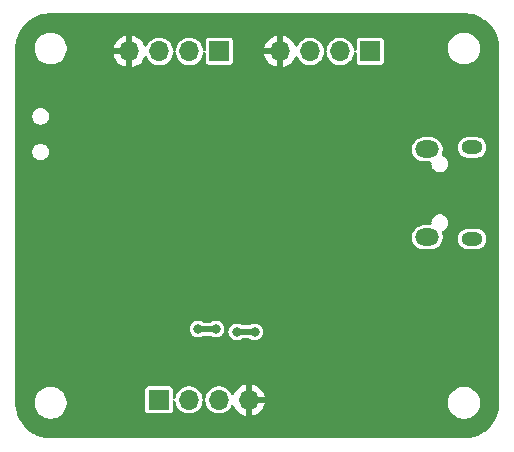
<source format=gbr>
%TF.GenerationSoftware,KiCad,Pcbnew,8.0.3*%
%TF.CreationDate,2024-06-13T12:42:30-05:00*%
%TF.ProjectId,STM32BluePill,53544d33-3242-46c7-9565-50696c6c2e6b,rev?*%
%TF.SameCoordinates,Original*%
%TF.FileFunction,Copper,L2,Bot*%
%TF.FilePolarity,Positive*%
%FSLAX46Y46*%
G04 Gerber Fmt 4.6, Leading zero omitted, Abs format (unit mm)*
G04 Created by KiCad (PCBNEW 8.0.3) date 2024-06-13 12:42:30*
%MOMM*%
%LPD*%
G01*
G04 APERTURE LIST*
%TA.AperFunction,ComponentPad*%
%ADD10R,1.700000X1.700000*%
%TD*%
%TA.AperFunction,ComponentPad*%
%ADD11O,1.700000X1.700000*%
%TD*%
%TA.AperFunction,ComponentPad*%
%ADD12O,1.800000X1.150000*%
%TD*%
%TA.AperFunction,ComponentPad*%
%ADD13O,2.000000X1.450000*%
%TD*%
%TA.AperFunction,ViaPad*%
%ADD14C,0.800000*%
%TD*%
%TA.AperFunction,Conductor*%
%ADD15C,0.500000*%
%TD*%
G04 APERTURE END LIST*
D10*
%TO.P,J3,1,Pin_1*%
%TO.N,+3.3V*%
X87050000Y-43250000D03*
D11*
%TO.P,J3,2,Pin_2*%
%TO.N,/SWDIO*%
X84510000Y-43250000D03*
%TO.P,J3,3,Pin_3*%
%TO.N,/SWCLK*%
X81970000Y-43250000D03*
%TO.P,J3,4,Pin_4*%
%TO.N,GND*%
X79430000Y-43250000D03*
%TD*%
D10*
%TO.P,J1,1,Pin_1*%
%TO.N,+3.3V*%
X69170000Y-72750000D03*
D11*
%TO.P,J1,2,Pin_2*%
%TO.N,/I2C2_SCL*%
X71710000Y-72750000D03*
%TO.P,J1,3,Pin_3*%
%TO.N,/I2C2_SDA*%
X74250000Y-72750000D03*
%TO.P,J1,4,Pin_4*%
%TO.N,GND*%
X76790000Y-72750000D03*
%TD*%
D10*
%TO.P,J2,1,Pin_1*%
%TO.N,+3.3V*%
X74290000Y-43250000D03*
D11*
%TO.P,J2,2,Pin_2*%
%TO.N,/USART1_TX*%
X71750000Y-43250000D03*
%TO.P,J2,3,Pin_3*%
%TO.N,/USART1_RX*%
X69210000Y-43250000D03*
%TO.P,J2,4,Pin_4*%
%TO.N,GND*%
X66670000Y-43250000D03*
%TD*%
D12*
%TO.P,J4,6,Shield*%
%TO.N,unconnected-(J4-Shield-Pad6)_1*%
X95695000Y-59130000D03*
D13*
%TO.N,unconnected-(J4-Shield-Pad6)*%
X91895000Y-58980000D03*
%TO.N,unconnected-(J4-Shield-Pad6)_0*%
X91895000Y-51530000D03*
D12*
%TO.N,unconnected-(J4-Shield-Pad6)_2*%
X95695000Y-51380000D03*
%TD*%
D14*
%TO.N,GND*%
X68750000Y-55750000D03*
X63750000Y-60250000D03*
X66250000Y-64750000D03*
X73625000Y-63375000D03*
X77500000Y-60250000D03*
X89750000Y-54000000D03*
X66250000Y-63000000D03*
X68418908Y-57608430D03*
X93500000Y-64750000D03*
X73000000Y-54750000D03*
X85500000Y-60500000D03*
X88750000Y-61750000D03*
X70250000Y-53750000D03*
X91500000Y-64000000D03*
X82250000Y-55500000D03*
X85500000Y-59500000D03*
X88750000Y-62750000D03*
X65750000Y-54750000D03*
X62750000Y-48000000D03*
X72500000Y-58250000D03*
%TO.N,+3.3V*%
X75760000Y-67000000D03*
X74000000Y-66750000D03*
X72490000Y-66750000D03*
X77260000Y-67000000D03*
%TD*%
D15*
%TO.N,+3.3V*%
X77260000Y-67000000D02*
X75760000Y-67000000D01*
X74000000Y-66750000D02*
X72750000Y-66750000D01*
X72750000Y-66750000D02*
X72490000Y-66750000D01*
%TD*%
%TA.AperFunction,Conductor*%
%TO.N,GND*%
G36*
X95000855Y-40000011D02*
G01*
X95162269Y-40002274D01*
X95174390Y-40003041D01*
X95478553Y-40037312D01*
X95495992Y-40039277D01*
X95509700Y-40041606D01*
X95824366Y-40113426D01*
X95837725Y-40117273D01*
X96142392Y-40223881D01*
X96155228Y-40229199D01*
X96446025Y-40369239D01*
X96458195Y-40375965D01*
X96731486Y-40547685D01*
X96742827Y-40555732D01*
X96995173Y-40756971D01*
X97005541Y-40766237D01*
X97233762Y-40994458D01*
X97243028Y-41004826D01*
X97444267Y-41257172D01*
X97452314Y-41268513D01*
X97624034Y-41541804D01*
X97630760Y-41553974D01*
X97770798Y-41844766D01*
X97776120Y-41857613D01*
X97882724Y-42162270D01*
X97886573Y-42175633D01*
X97958393Y-42490299D01*
X97960722Y-42504007D01*
X97996957Y-42825597D01*
X97997725Y-42837743D01*
X97999988Y-42999144D01*
X98000000Y-43000882D01*
X98000000Y-72999117D01*
X97999988Y-73000855D01*
X97997725Y-73162256D01*
X97996957Y-73174402D01*
X97960722Y-73495992D01*
X97958393Y-73509700D01*
X97886573Y-73824366D01*
X97882724Y-73837729D01*
X97776120Y-74142386D01*
X97770798Y-74155233D01*
X97630760Y-74446025D01*
X97624034Y-74458195D01*
X97452314Y-74731486D01*
X97444267Y-74742827D01*
X97243028Y-74995173D01*
X97233762Y-75005541D01*
X97005541Y-75233762D01*
X96995173Y-75243028D01*
X96742827Y-75444267D01*
X96731486Y-75452314D01*
X96458195Y-75624034D01*
X96446025Y-75630760D01*
X96155233Y-75770798D01*
X96142386Y-75776120D01*
X95837729Y-75882724D01*
X95824366Y-75886573D01*
X95509700Y-75958393D01*
X95495992Y-75960722D01*
X95174402Y-75996957D01*
X95162256Y-75997725D01*
X95000856Y-75999988D01*
X94999118Y-76000000D01*
X60000882Y-76000000D01*
X59999144Y-75999988D01*
X59837743Y-75997725D01*
X59825597Y-75996957D01*
X59504007Y-75960722D01*
X59490299Y-75958393D01*
X59175633Y-75886573D01*
X59162270Y-75882724D01*
X58857613Y-75776120D01*
X58844766Y-75770798D01*
X58553974Y-75630760D01*
X58541804Y-75624034D01*
X58268513Y-75452314D01*
X58257172Y-75444267D01*
X58004826Y-75243028D01*
X57994458Y-75233762D01*
X57766237Y-75005541D01*
X57756971Y-74995173D01*
X57555732Y-74742827D01*
X57547685Y-74731486D01*
X57375965Y-74458195D01*
X57369239Y-74446025D01*
X57323237Y-74350500D01*
X57229199Y-74155228D01*
X57223879Y-74142386D01*
X57182254Y-74023429D01*
X57117273Y-73837725D01*
X57113426Y-73824366D01*
X57041606Y-73509700D01*
X57039277Y-73495992D01*
X57037312Y-73478553D01*
X57003041Y-73174390D01*
X57002274Y-73162269D01*
X57000012Y-73000855D01*
X57000000Y-72999117D01*
X57000000Y-72893713D01*
X58649500Y-72893713D01*
X58649500Y-73106287D01*
X58682754Y-73316243D01*
X58745612Y-73509700D01*
X58748444Y-73518414D01*
X58844951Y-73707820D01*
X58969890Y-73879786D01*
X59120213Y-74030109D01*
X59292179Y-74155048D01*
X59292181Y-74155049D01*
X59292184Y-74155051D01*
X59481588Y-74251557D01*
X59683757Y-74317246D01*
X59893713Y-74350500D01*
X59893714Y-74350500D01*
X60106286Y-74350500D01*
X60106287Y-74350500D01*
X60316243Y-74317246D01*
X60518412Y-74251557D01*
X60707816Y-74155051D01*
X60810243Y-74080634D01*
X60879786Y-74030109D01*
X60879788Y-74030106D01*
X60879792Y-74030104D01*
X61030104Y-73879792D01*
X61030106Y-73879788D01*
X61030109Y-73879786D01*
X61155048Y-73707820D01*
X61155047Y-73707820D01*
X61155051Y-73707816D01*
X61251557Y-73518412D01*
X61317246Y-73316243D01*
X61350500Y-73106287D01*
X61350500Y-72893713D01*
X61317246Y-72683757D01*
X61251557Y-72481588D01*
X61155051Y-72292184D01*
X61155049Y-72292181D01*
X61155048Y-72292179D01*
X61030109Y-72120213D01*
X60879786Y-71969890D01*
X60721832Y-71855131D01*
X68019500Y-71855131D01*
X68019500Y-73644856D01*
X68019502Y-73644882D01*
X68022413Y-73669987D01*
X68022415Y-73669991D01*
X68067793Y-73772764D01*
X68067794Y-73772765D01*
X68147235Y-73852206D01*
X68250009Y-73897585D01*
X68275135Y-73900500D01*
X70064864Y-73900499D01*
X70064879Y-73900497D01*
X70064882Y-73900497D01*
X70089987Y-73897586D01*
X70089988Y-73897585D01*
X70089991Y-73897585D01*
X70192765Y-73852206D01*
X70272206Y-73772765D01*
X70317585Y-73669991D01*
X70320500Y-73644865D01*
X70320499Y-72906046D01*
X70340183Y-72839009D01*
X70392987Y-72793254D01*
X70462146Y-72783310D01*
X70525702Y-72812335D01*
X70563476Y-72871113D01*
X70567970Y-72894606D01*
X70572454Y-72942993D01*
X70574244Y-72962310D01*
X70627675Y-73150099D01*
X70632596Y-73167392D01*
X70632596Y-73167394D01*
X70727632Y-73358253D01*
X70856127Y-73528406D01*
X70856128Y-73528407D01*
X71013698Y-73672052D01*
X71194981Y-73784298D01*
X71393802Y-73861321D01*
X71603390Y-73900500D01*
X71603392Y-73900500D01*
X71816608Y-73900500D01*
X71816610Y-73900500D01*
X72026198Y-73861321D01*
X72225019Y-73784298D01*
X72406302Y-73672052D01*
X72563872Y-73528407D01*
X72692366Y-73358255D01*
X72746270Y-73250000D01*
X72787403Y-73167394D01*
X72787403Y-73167393D01*
X72787405Y-73167389D01*
X72845756Y-72962310D01*
X72856529Y-72846047D01*
X72882315Y-72781111D01*
X72924622Y-72750804D01*
X73033130Y-72750804D01*
X73069503Y-72771668D01*
X73101693Y-72833681D01*
X73103470Y-72846047D01*
X73114244Y-72962310D01*
X73167675Y-73150099D01*
X73172596Y-73167392D01*
X73172596Y-73167394D01*
X73267632Y-73358253D01*
X73396127Y-73528406D01*
X73396128Y-73528407D01*
X73553698Y-73672052D01*
X73734981Y-73784298D01*
X73933802Y-73861321D01*
X74143390Y-73900500D01*
X74143392Y-73900500D01*
X74356608Y-73900500D01*
X74356610Y-73900500D01*
X74566198Y-73861321D01*
X74765019Y-73784298D01*
X74946302Y-73672052D01*
X75103872Y-73528407D01*
X75232366Y-73358255D01*
X75299325Y-73223781D01*
X75346825Y-73172548D01*
X75414488Y-73155126D01*
X75480828Y-73177051D01*
X75522705Y-73226651D01*
X75616399Y-73427578D01*
X75751894Y-73621082D01*
X75918917Y-73788105D01*
X76112421Y-73923600D01*
X76326507Y-74023429D01*
X76326516Y-74023433D01*
X76540000Y-74080634D01*
X76540000Y-73183012D01*
X76597007Y-73215925D01*
X76724174Y-73250000D01*
X76855826Y-73250000D01*
X76982993Y-73215925D01*
X77040000Y-73183012D01*
X77040000Y-74080633D01*
X77253483Y-74023433D01*
X77253492Y-74023429D01*
X77467578Y-73923600D01*
X77661082Y-73788105D01*
X77828105Y-73621082D01*
X77963600Y-73427578D01*
X78063429Y-73213492D01*
X78063432Y-73213486D01*
X78120636Y-73000000D01*
X77223012Y-73000000D01*
X77255925Y-72942993D01*
X77269130Y-72893713D01*
X93649500Y-72893713D01*
X93649500Y-73106287D01*
X93682754Y-73316243D01*
X93745612Y-73509700D01*
X93748444Y-73518414D01*
X93844951Y-73707820D01*
X93969890Y-73879786D01*
X94120213Y-74030109D01*
X94292179Y-74155048D01*
X94292181Y-74155049D01*
X94292184Y-74155051D01*
X94481588Y-74251557D01*
X94683757Y-74317246D01*
X94893713Y-74350500D01*
X94893714Y-74350500D01*
X95106286Y-74350500D01*
X95106287Y-74350500D01*
X95316243Y-74317246D01*
X95518412Y-74251557D01*
X95707816Y-74155051D01*
X95810243Y-74080634D01*
X95879786Y-74030109D01*
X95879788Y-74030106D01*
X95879792Y-74030104D01*
X96030104Y-73879792D01*
X96030106Y-73879788D01*
X96030109Y-73879786D01*
X96155048Y-73707820D01*
X96155047Y-73707820D01*
X96155051Y-73707816D01*
X96251557Y-73518412D01*
X96317246Y-73316243D01*
X96350500Y-73106287D01*
X96350500Y-72893713D01*
X96317246Y-72683757D01*
X96251557Y-72481588D01*
X96155051Y-72292184D01*
X96155049Y-72292181D01*
X96155048Y-72292179D01*
X96030109Y-72120213D01*
X95879786Y-71969890D01*
X95707820Y-71844951D01*
X95518414Y-71748444D01*
X95518413Y-71748443D01*
X95518412Y-71748443D01*
X95316243Y-71682754D01*
X95316241Y-71682753D01*
X95316240Y-71682753D01*
X95154957Y-71657208D01*
X95106287Y-71649500D01*
X94893713Y-71649500D01*
X94845042Y-71657208D01*
X94683760Y-71682753D01*
X94481585Y-71748444D01*
X94292179Y-71844951D01*
X94120213Y-71969890D01*
X93969890Y-72120213D01*
X93844951Y-72292179D01*
X93748444Y-72481585D01*
X93682753Y-72683760D01*
X93649500Y-72893713D01*
X77269130Y-72893713D01*
X77290000Y-72815826D01*
X77290000Y-72684174D01*
X77255925Y-72557007D01*
X77223012Y-72500000D01*
X78120636Y-72500000D01*
X78120635Y-72499999D01*
X78063432Y-72286513D01*
X78063429Y-72286507D01*
X77963600Y-72072422D01*
X77963599Y-72072420D01*
X77828113Y-71878926D01*
X77828108Y-71878920D01*
X77661082Y-71711894D01*
X77467578Y-71576399D01*
X77253492Y-71476570D01*
X77253486Y-71476567D01*
X77040000Y-71419364D01*
X77040000Y-72316988D01*
X76982993Y-72284075D01*
X76855826Y-72250000D01*
X76724174Y-72250000D01*
X76597007Y-72284075D01*
X76540000Y-72316988D01*
X76540000Y-71419364D01*
X76539999Y-71419364D01*
X76326513Y-71476567D01*
X76326507Y-71476570D01*
X76112422Y-71576399D01*
X76112420Y-71576400D01*
X75918926Y-71711886D01*
X75918920Y-71711891D01*
X75751891Y-71878920D01*
X75751886Y-71878926D01*
X75616400Y-72072420D01*
X75616399Y-72072422D01*
X75522705Y-72273348D01*
X75476532Y-72325787D01*
X75409339Y-72344939D01*
X75342457Y-72324723D01*
X75299324Y-72276216D01*
X75232366Y-72141745D01*
X75103872Y-71971593D01*
X74946302Y-71827948D01*
X74765019Y-71715702D01*
X74765017Y-71715701D01*
X74594130Y-71649500D01*
X74566198Y-71638679D01*
X74356610Y-71599500D01*
X74143390Y-71599500D01*
X73933802Y-71638679D01*
X73933799Y-71638679D01*
X73933799Y-71638680D01*
X73734982Y-71715701D01*
X73734980Y-71715702D01*
X73553699Y-71827947D01*
X73396127Y-71971593D01*
X73267632Y-72141746D01*
X73172596Y-72332605D01*
X73172596Y-72332607D01*
X73114244Y-72537689D01*
X73103471Y-72653951D01*
X73077685Y-72718888D01*
X73033130Y-72750804D01*
X72924622Y-72750804D01*
X72926869Y-72749194D01*
X72890497Y-72728331D01*
X72858307Y-72666318D01*
X72856529Y-72653951D01*
X72853175Y-72617759D01*
X72845756Y-72537690D01*
X72787405Y-72332611D01*
X72787403Y-72332606D01*
X72787403Y-72332605D01*
X72692367Y-72141746D01*
X72563872Y-71971593D01*
X72562004Y-71969890D01*
X72406302Y-71827948D01*
X72225019Y-71715702D01*
X72225017Y-71715701D01*
X72054130Y-71649500D01*
X72026198Y-71638679D01*
X71816610Y-71599500D01*
X71603390Y-71599500D01*
X71393802Y-71638679D01*
X71393799Y-71638679D01*
X71393799Y-71638680D01*
X71194982Y-71715701D01*
X71194980Y-71715702D01*
X71013699Y-71827947D01*
X70856127Y-71971593D01*
X70727632Y-72141746D01*
X70632596Y-72332605D01*
X70632596Y-72332607D01*
X70574244Y-72537689D01*
X70567970Y-72605394D01*
X70542183Y-72670331D01*
X70485383Y-72711018D01*
X70415602Y-72714538D01*
X70354995Y-72679772D01*
X70322806Y-72617759D01*
X70320499Y-72593952D01*
X70320499Y-71855143D01*
X70320499Y-71855136D01*
X70319318Y-71844949D01*
X70317586Y-71830012D01*
X70317585Y-71830010D01*
X70317585Y-71830009D01*
X70272206Y-71727235D01*
X70192765Y-71647794D01*
X70172124Y-71638680D01*
X70089992Y-71602415D01*
X70064865Y-71599500D01*
X68275143Y-71599500D01*
X68275117Y-71599502D01*
X68250012Y-71602413D01*
X68250008Y-71602415D01*
X68147235Y-71647793D01*
X68067794Y-71727234D01*
X68022415Y-71830006D01*
X68022415Y-71830008D01*
X68019500Y-71855131D01*
X60721832Y-71855131D01*
X60707820Y-71844951D01*
X60518414Y-71748444D01*
X60518413Y-71748443D01*
X60518412Y-71748443D01*
X60316243Y-71682754D01*
X60316241Y-71682753D01*
X60316240Y-71682753D01*
X60154957Y-71657208D01*
X60106287Y-71649500D01*
X59893713Y-71649500D01*
X59845042Y-71657208D01*
X59683760Y-71682753D01*
X59481585Y-71748444D01*
X59292179Y-71844951D01*
X59120213Y-71969890D01*
X58969890Y-72120213D01*
X58844951Y-72292179D01*
X58748444Y-72481585D01*
X58682753Y-72683760D01*
X58649500Y-72893713D01*
X57000000Y-72893713D01*
X57000000Y-66750000D01*
X71784355Y-66750000D01*
X71804859Y-66918869D01*
X71804860Y-66918874D01*
X71865182Y-67077931D01*
X71927475Y-67168177D01*
X71961817Y-67217929D01*
X72055021Y-67300500D01*
X72089150Y-67330736D01*
X72239773Y-67409789D01*
X72239775Y-67409790D01*
X72404944Y-67450500D01*
X72575056Y-67450500D01*
X72740225Y-67409790D01*
X72829547Y-67362909D01*
X72890845Y-67330738D01*
X72890846Y-67330736D01*
X72890852Y-67330734D01*
X72890856Y-67330730D01*
X72897020Y-67326476D01*
X72897960Y-67327839D01*
X72953011Y-67301963D01*
X72972006Y-67300500D01*
X73517994Y-67300500D01*
X73585033Y-67320185D01*
X73597074Y-67329302D01*
X73599154Y-67330738D01*
X73749773Y-67409789D01*
X73749775Y-67409790D01*
X73914944Y-67450500D01*
X74085056Y-67450500D01*
X74250225Y-67409790D01*
X74329692Y-67368081D01*
X74400849Y-67330736D01*
X74400850Y-67330734D01*
X74400852Y-67330734D01*
X74528183Y-67217929D01*
X74624818Y-67077930D01*
X74654373Y-67000000D01*
X75054355Y-67000000D01*
X75074859Y-67168869D01*
X75074860Y-67168874D01*
X75135182Y-67327931D01*
X75137120Y-67330738D01*
X75231817Y-67467929D01*
X75325021Y-67550500D01*
X75359150Y-67580736D01*
X75509773Y-67659789D01*
X75509775Y-67659790D01*
X75674944Y-67700500D01*
X75845056Y-67700500D01*
X76010225Y-67659790D01*
X76099547Y-67612909D01*
X76160845Y-67580738D01*
X76160846Y-67580736D01*
X76160852Y-67580734D01*
X76160856Y-67580730D01*
X76167020Y-67576476D01*
X76167960Y-67577839D01*
X76223011Y-67551963D01*
X76242006Y-67550500D01*
X76777994Y-67550500D01*
X76845033Y-67570185D01*
X76857074Y-67579302D01*
X76859154Y-67580738D01*
X77009773Y-67659789D01*
X77009775Y-67659790D01*
X77174944Y-67700500D01*
X77345056Y-67700500D01*
X77510225Y-67659790D01*
X77589692Y-67618081D01*
X77660849Y-67580736D01*
X77660850Y-67580734D01*
X77660852Y-67580734D01*
X77788183Y-67467929D01*
X77884818Y-67327930D01*
X77945140Y-67168872D01*
X77965645Y-67000000D01*
X77945140Y-66831128D01*
X77884818Y-66672070D01*
X77788183Y-66532071D01*
X77693316Y-66448026D01*
X77660849Y-66419263D01*
X77510226Y-66340210D01*
X77345056Y-66299500D01*
X77174944Y-66299500D01*
X77009773Y-66340210D01*
X76859154Y-66419261D01*
X76852980Y-66423524D01*
X76852039Y-66422160D01*
X76796989Y-66448037D01*
X76777994Y-66449500D01*
X76242006Y-66449500D01*
X76174967Y-66429815D01*
X76162925Y-66420697D01*
X76160845Y-66419261D01*
X76010226Y-66340210D01*
X75845056Y-66299500D01*
X75674944Y-66299500D01*
X75509773Y-66340210D01*
X75359150Y-66419263D01*
X75231816Y-66532072D01*
X75135182Y-66672068D01*
X75074860Y-66831125D01*
X75074859Y-66831130D01*
X75054355Y-67000000D01*
X74654373Y-67000000D01*
X74685140Y-66918872D01*
X74705645Y-66750000D01*
X74685140Y-66581128D01*
X74624818Y-66422070D01*
X74623870Y-66420697D01*
X74590476Y-66372318D01*
X74528183Y-66282071D01*
X74433316Y-66198026D01*
X74400849Y-66169263D01*
X74250226Y-66090210D01*
X74085056Y-66049500D01*
X73914944Y-66049500D01*
X73749773Y-66090210D01*
X73599154Y-66169261D01*
X73592980Y-66173524D01*
X73592039Y-66172160D01*
X73536989Y-66198037D01*
X73517994Y-66199500D01*
X72972006Y-66199500D01*
X72904967Y-66179815D01*
X72892925Y-66170697D01*
X72890845Y-66169261D01*
X72740226Y-66090210D01*
X72575056Y-66049500D01*
X72404944Y-66049500D01*
X72239773Y-66090210D01*
X72089150Y-66169263D01*
X71961816Y-66282072D01*
X71865182Y-66422068D01*
X71804860Y-66581125D01*
X71804859Y-66581130D01*
X71784355Y-66750000D01*
X57000000Y-66750000D01*
X57000000Y-58878992D01*
X90594500Y-58878992D01*
X90594500Y-59081007D01*
X90633907Y-59279119D01*
X90633909Y-59279127D01*
X90711212Y-59465752D01*
X90711217Y-59465762D01*
X90823441Y-59633718D01*
X90966281Y-59776558D01*
X91134237Y-59888782D01*
X91134241Y-59888784D01*
X91134244Y-59888786D01*
X91320873Y-59966091D01*
X91518992Y-60005499D01*
X91518996Y-60005500D01*
X91518997Y-60005500D01*
X92271004Y-60005500D01*
X92271005Y-60005499D01*
X92469127Y-59966091D01*
X92655756Y-59888786D01*
X92823718Y-59776558D01*
X92966558Y-59633718D01*
X93078786Y-59465756D01*
X93156091Y-59279127D01*
X93195500Y-59081003D01*
X93195500Y-59043766D01*
X94494500Y-59043766D01*
X94494500Y-59216233D01*
X94528143Y-59385366D01*
X94528146Y-59385378D01*
X94594138Y-59544698D01*
X94594145Y-59544711D01*
X94689954Y-59688098D01*
X94689957Y-59688102D01*
X94811897Y-59810042D01*
X94811901Y-59810045D01*
X94955288Y-59905854D01*
X94955301Y-59905861D01*
X95100708Y-59966090D01*
X95114626Y-59971855D01*
X95283766Y-60005499D01*
X95283769Y-60005500D01*
X95283771Y-60005500D01*
X96106231Y-60005500D01*
X96106232Y-60005499D01*
X96275374Y-59971855D01*
X96434705Y-59905858D01*
X96578099Y-59810045D01*
X96700045Y-59688099D01*
X96795858Y-59544705D01*
X96861855Y-59385374D01*
X96895500Y-59216229D01*
X96895500Y-59043771D01*
X96895500Y-59043768D01*
X96895499Y-59043766D01*
X96861856Y-58874633D01*
X96861855Y-58874626D01*
X96861853Y-58874621D01*
X96795861Y-58715301D01*
X96795854Y-58715288D01*
X96700045Y-58571901D01*
X96700042Y-58571897D01*
X96578102Y-58449957D01*
X96578098Y-58449954D01*
X96434711Y-58354145D01*
X96434698Y-58354138D01*
X96275378Y-58288146D01*
X96275366Y-58288143D01*
X96106232Y-58254500D01*
X96106229Y-58254500D01*
X95283771Y-58254500D01*
X95283768Y-58254500D01*
X95114633Y-58288143D01*
X95114621Y-58288146D01*
X94955301Y-58354138D01*
X94955288Y-58354145D01*
X94811901Y-58449954D01*
X94811897Y-58449957D01*
X94689957Y-58571897D01*
X94689954Y-58571901D01*
X94594145Y-58715288D01*
X94594138Y-58715301D01*
X94528146Y-58874621D01*
X94528143Y-58874633D01*
X94494500Y-59043766D01*
X93195500Y-59043766D01*
X93195500Y-58878997D01*
X93156091Y-58680873D01*
X93114932Y-58581507D01*
X93107463Y-58512037D01*
X93138738Y-58449558D01*
X93189060Y-58419700D01*
X93188207Y-58417452D01*
X93195222Y-58414790D01*
X93195225Y-58414790D01*
X93345852Y-58335734D01*
X93473183Y-58222929D01*
X93569818Y-58082930D01*
X93630140Y-57923872D01*
X93650645Y-57755000D01*
X93630140Y-57586128D01*
X93569818Y-57427070D01*
X93473183Y-57287071D01*
X93345852Y-57174266D01*
X93345849Y-57174263D01*
X93195226Y-57095210D01*
X93030056Y-57054500D01*
X92859944Y-57054500D01*
X92694773Y-57095210D01*
X92544150Y-57174263D01*
X92416816Y-57287072D01*
X92320182Y-57427068D01*
X92259860Y-57586125D01*
X92259859Y-57586130D01*
X92239355Y-57754999D01*
X92246708Y-57815553D01*
X92235248Y-57884476D01*
X92188344Y-57936263D01*
X92123612Y-57954500D01*
X91518992Y-57954500D01*
X91320880Y-57993907D01*
X91320872Y-57993909D01*
X91134247Y-58071212D01*
X91134237Y-58071217D01*
X90966281Y-58183441D01*
X90823441Y-58326281D01*
X90711217Y-58494237D01*
X90711212Y-58494247D01*
X90633909Y-58680872D01*
X90633907Y-58680880D01*
X90594500Y-58878992D01*
X57000000Y-58878992D01*
X57000000Y-51818995D01*
X58444499Y-51818995D01*
X58471418Y-51954322D01*
X58471421Y-51954332D01*
X58524221Y-52081804D01*
X58524228Y-52081817D01*
X58600885Y-52196541D01*
X58600888Y-52196545D01*
X58698454Y-52294111D01*
X58698458Y-52294114D01*
X58813182Y-52370771D01*
X58813195Y-52370778D01*
X58940667Y-52423578D01*
X58940672Y-52423580D01*
X58940676Y-52423580D01*
X58940677Y-52423581D01*
X59076004Y-52450500D01*
X59076007Y-52450500D01*
X59213995Y-52450500D01*
X59305041Y-52432389D01*
X59349328Y-52423580D01*
X59476811Y-52370775D01*
X59591542Y-52294114D01*
X59689114Y-52196542D01*
X59765775Y-52081811D01*
X59818580Y-51954328D01*
X59827389Y-51910041D01*
X59845500Y-51818995D01*
X59845500Y-51681004D01*
X59818581Y-51545677D01*
X59818580Y-51545676D01*
X59818580Y-51545672D01*
X59818578Y-51545667D01*
X59770250Y-51428992D01*
X90594500Y-51428992D01*
X90594500Y-51631007D01*
X90633907Y-51829119D01*
X90633909Y-51829127D01*
X90711212Y-52015752D01*
X90711217Y-52015762D01*
X90823441Y-52183718D01*
X90966281Y-52326558D01*
X91134237Y-52438782D01*
X91134241Y-52438784D01*
X91134244Y-52438786D01*
X91320873Y-52516091D01*
X91518484Y-52555398D01*
X91518992Y-52555499D01*
X91518996Y-52555500D01*
X92123612Y-52555500D01*
X92190651Y-52575185D01*
X92236406Y-52627989D01*
X92246708Y-52694447D01*
X92239355Y-52755000D01*
X92259859Y-52923869D01*
X92259860Y-52923874D01*
X92320182Y-53082931D01*
X92382475Y-53173177D01*
X92416817Y-53222929D01*
X92522505Y-53316560D01*
X92544150Y-53335736D01*
X92694773Y-53414789D01*
X92694775Y-53414790D01*
X92859944Y-53455500D01*
X93030056Y-53455500D01*
X93195225Y-53414790D01*
X93274692Y-53373081D01*
X93345849Y-53335736D01*
X93345850Y-53335734D01*
X93345852Y-53335734D01*
X93473183Y-53222929D01*
X93569818Y-53082930D01*
X93630140Y-52923872D01*
X93650645Y-52755000D01*
X93630140Y-52586128D01*
X93618524Y-52555500D01*
X93578704Y-52450500D01*
X93569818Y-52427070D01*
X93473183Y-52287071D01*
X93345852Y-52174266D01*
X93345849Y-52174263D01*
X93195225Y-52095209D01*
X93188210Y-52092549D01*
X93189131Y-52090119D01*
X93139438Y-52061186D01*
X93107649Y-51998967D01*
X93114544Y-51929439D01*
X93114932Y-51928492D01*
X93156091Y-51829127D01*
X93195500Y-51631003D01*
X93195500Y-51428997D01*
X93168601Y-51293766D01*
X94494500Y-51293766D01*
X94494500Y-51466233D01*
X94528143Y-51635366D01*
X94528146Y-51635378D01*
X94594138Y-51794698D01*
X94594145Y-51794711D01*
X94689954Y-51938098D01*
X94689957Y-51938102D01*
X94811897Y-52060042D01*
X94811901Y-52060045D01*
X94955288Y-52155854D01*
X94955301Y-52155861D01*
X95053522Y-52196545D01*
X95114626Y-52221855D01*
X95283766Y-52255499D01*
X95283769Y-52255500D01*
X95283771Y-52255500D01*
X96106231Y-52255500D01*
X96106232Y-52255499D01*
X96275374Y-52221855D01*
X96434705Y-52155858D01*
X96578099Y-52060045D01*
X96700045Y-51938099D01*
X96795858Y-51794705D01*
X96861855Y-51635374D01*
X96895500Y-51466229D01*
X96895500Y-51293771D01*
X96895500Y-51293768D01*
X96895499Y-51293766D01*
X96882989Y-51230873D01*
X96861855Y-51124626D01*
X96841888Y-51076421D01*
X96795861Y-50965301D01*
X96795854Y-50965288D01*
X96700045Y-50821901D01*
X96700042Y-50821897D01*
X96578102Y-50699957D01*
X96578098Y-50699954D01*
X96434711Y-50604145D01*
X96434698Y-50604138D01*
X96275378Y-50538146D01*
X96275366Y-50538143D01*
X96106232Y-50504500D01*
X96106229Y-50504500D01*
X95283771Y-50504500D01*
X95283768Y-50504500D01*
X95114633Y-50538143D01*
X95114621Y-50538146D01*
X94955301Y-50604138D01*
X94955288Y-50604145D01*
X94811901Y-50699954D01*
X94811897Y-50699957D01*
X94689957Y-50821897D01*
X94689954Y-50821901D01*
X94594145Y-50965288D01*
X94594138Y-50965301D01*
X94528146Y-51124621D01*
X94528143Y-51124633D01*
X94494500Y-51293766D01*
X93168601Y-51293766D01*
X93156091Y-51230873D01*
X93078786Y-51044244D01*
X93078784Y-51044241D01*
X93078782Y-51044237D01*
X92966558Y-50876281D01*
X92823718Y-50733441D01*
X92655762Y-50621217D01*
X92655752Y-50621212D01*
X92469127Y-50543909D01*
X92469119Y-50543907D01*
X92271007Y-50504500D01*
X92271003Y-50504500D01*
X91518997Y-50504500D01*
X91518992Y-50504500D01*
X91320880Y-50543907D01*
X91320872Y-50543909D01*
X91134247Y-50621212D01*
X91134237Y-50621217D01*
X90966281Y-50733441D01*
X90823441Y-50876281D01*
X90711217Y-51044237D01*
X90711212Y-51044247D01*
X90633909Y-51230872D01*
X90633907Y-51230880D01*
X90594500Y-51428992D01*
X59770250Y-51428992D01*
X59765778Y-51418195D01*
X59765771Y-51418182D01*
X59689114Y-51303458D01*
X59689111Y-51303454D01*
X59591545Y-51205888D01*
X59591541Y-51205885D01*
X59476817Y-51129228D01*
X59476804Y-51129221D01*
X59349332Y-51076421D01*
X59349322Y-51076418D01*
X59213995Y-51049500D01*
X59213993Y-51049500D01*
X59076007Y-51049500D01*
X59076005Y-51049500D01*
X58940677Y-51076418D01*
X58940667Y-51076421D01*
X58813195Y-51129221D01*
X58813182Y-51129228D01*
X58698458Y-51205885D01*
X58698454Y-51205888D01*
X58600888Y-51303454D01*
X58600885Y-51303458D01*
X58524228Y-51418182D01*
X58524221Y-51418195D01*
X58471421Y-51545667D01*
X58471418Y-51545677D01*
X58444500Y-51681004D01*
X58444500Y-51681007D01*
X58444500Y-51818993D01*
X58444500Y-51818995D01*
X58444499Y-51818995D01*
X57000000Y-51818995D01*
X57000000Y-48818995D01*
X58444499Y-48818995D01*
X58471418Y-48954322D01*
X58471421Y-48954332D01*
X58524221Y-49081804D01*
X58524228Y-49081817D01*
X58600885Y-49196541D01*
X58600888Y-49196545D01*
X58698454Y-49294111D01*
X58698458Y-49294114D01*
X58813182Y-49370771D01*
X58813195Y-49370778D01*
X58940667Y-49423578D01*
X58940672Y-49423580D01*
X58940676Y-49423580D01*
X58940677Y-49423581D01*
X59076004Y-49450500D01*
X59076007Y-49450500D01*
X59213995Y-49450500D01*
X59305041Y-49432389D01*
X59349328Y-49423580D01*
X59476811Y-49370775D01*
X59591542Y-49294114D01*
X59689114Y-49196542D01*
X59765775Y-49081811D01*
X59818580Y-48954328D01*
X59845500Y-48818993D01*
X59845500Y-48681007D01*
X59845500Y-48681004D01*
X59818581Y-48545677D01*
X59818580Y-48545676D01*
X59818580Y-48545672D01*
X59818578Y-48545667D01*
X59765778Y-48418195D01*
X59765771Y-48418182D01*
X59689114Y-48303458D01*
X59689111Y-48303454D01*
X59591545Y-48205888D01*
X59591541Y-48205885D01*
X59476817Y-48129228D01*
X59476804Y-48129221D01*
X59349332Y-48076421D01*
X59349322Y-48076418D01*
X59213995Y-48049500D01*
X59213993Y-48049500D01*
X59076007Y-48049500D01*
X59076005Y-48049500D01*
X58940677Y-48076418D01*
X58940667Y-48076421D01*
X58813195Y-48129221D01*
X58813182Y-48129228D01*
X58698458Y-48205885D01*
X58698454Y-48205888D01*
X58600888Y-48303454D01*
X58600885Y-48303458D01*
X58524228Y-48418182D01*
X58524221Y-48418195D01*
X58471421Y-48545667D01*
X58471418Y-48545677D01*
X58444500Y-48681004D01*
X58444500Y-48681007D01*
X58444500Y-48818993D01*
X58444500Y-48818995D01*
X58444499Y-48818995D01*
X57000000Y-48818995D01*
X57000000Y-43000882D01*
X57000012Y-42999144D01*
X57001490Y-42893713D01*
X58649500Y-42893713D01*
X58649500Y-43106286D01*
X58677878Y-43285461D01*
X58682754Y-43316243D01*
X58730214Y-43462310D01*
X58748444Y-43518414D01*
X58844951Y-43707820D01*
X58969890Y-43879786D01*
X59120213Y-44030109D01*
X59292179Y-44155048D01*
X59292181Y-44155049D01*
X59292184Y-44155051D01*
X59481588Y-44251557D01*
X59683757Y-44317246D01*
X59893713Y-44350500D01*
X59893714Y-44350500D01*
X60106286Y-44350500D01*
X60106287Y-44350500D01*
X60316243Y-44317246D01*
X60518412Y-44251557D01*
X60707816Y-44155051D01*
X60754571Y-44121082D01*
X60879786Y-44030109D01*
X60879788Y-44030106D01*
X60879792Y-44030104D01*
X61030104Y-43879792D01*
X61030106Y-43879788D01*
X61030109Y-43879786D01*
X61143449Y-43723785D01*
X61155051Y-43707816D01*
X61251557Y-43518412D01*
X61317246Y-43316243D01*
X61350500Y-43106287D01*
X61350500Y-42999999D01*
X65339364Y-42999999D01*
X65339364Y-43000000D01*
X66236988Y-43000000D01*
X66204075Y-43057007D01*
X66170000Y-43184174D01*
X66170000Y-43315826D01*
X66204075Y-43442993D01*
X66236988Y-43500000D01*
X65339364Y-43500000D01*
X65396567Y-43713486D01*
X65396570Y-43713492D01*
X65496399Y-43927578D01*
X65631894Y-44121082D01*
X65798917Y-44288105D01*
X65992421Y-44423600D01*
X66206507Y-44523429D01*
X66206516Y-44523433D01*
X66420000Y-44580634D01*
X66420000Y-43683012D01*
X66477007Y-43715925D01*
X66604174Y-43750000D01*
X66735826Y-43750000D01*
X66862993Y-43715925D01*
X66920000Y-43683012D01*
X66920000Y-44580633D01*
X67133483Y-44523433D01*
X67133492Y-44523429D01*
X67347578Y-44423600D01*
X67541082Y-44288105D01*
X67708105Y-44121082D01*
X67843600Y-43927578D01*
X67937294Y-43726651D01*
X67983466Y-43674212D01*
X68050660Y-43655060D01*
X68117541Y-43675276D01*
X68160676Y-43723785D01*
X68227632Y-43858253D01*
X68356127Y-44028406D01*
X68356128Y-44028407D01*
X68513698Y-44172052D01*
X68694981Y-44284298D01*
X68893802Y-44361321D01*
X69103390Y-44400500D01*
X69103392Y-44400500D01*
X69316608Y-44400500D01*
X69316610Y-44400500D01*
X69526198Y-44361321D01*
X69725019Y-44284298D01*
X69906302Y-44172052D01*
X70063872Y-44028407D01*
X70192366Y-43858255D01*
X70246270Y-43750000D01*
X70287403Y-43667394D01*
X70287403Y-43667393D01*
X70287405Y-43667389D01*
X70345756Y-43462310D01*
X70356529Y-43346047D01*
X70382315Y-43281111D01*
X70424622Y-43250804D01*
X70533130Y-43250804D01*
X70569503Y-43271668D01*
X70601693Y-43333681D01*
X70603470Y-43346047D01*
X70614244Y-43462310D01*
X70667675Y-43650099D01*
X70672596Y-43667392D01*
X70672596Y-43667394D01*
X70767632Y-43858253D01*
X70896127Y-44028406D01*
X70896128Y-44028407D01*
X71053698Y-44172052D01*
X71234981Y-44284298D01*
X71433802Y-44361321D01*
X71643390Y-44400500D01*
X71643392Y-44400500D01*
X71856608Y-44400500D01*
X71856610Y-44400500D01*
X72066198Y-44361321D01*
X72265019Y-44284298D01*
X72446302Y-44172052D01*
X72603872Y-44028407D01*
X72732366Y-43858255D01*
X72786270Y-43750000D01*
X72827403Y-43667394D01*
X72827403Y-43667393D01*
X72827405Y-43667389D01*
X72885756Y-43462310D01*
X72892029Y-43394605D01*
X72917814Y-43329669D01*
X72974614Y-43288981D01*
X73044395Y-43285461D01*
X73105002Y-43320225D01*
X73137193Y-43382238D01*
X73139500Y-43406047D01*
X73139500Y-44144856D01*
X73139502Y-44144882D01*
X73142413Y-44169987D01*
X73142415Y-44169991D01*
X73187793Y-44272764D01*
X73187794Y-44272765D01*
X73267235Y-44352206D01*
X73370009Y-44397585D01*
X73395135Y-44400500D01*
X75184864Y-44400499D01*
X75184879Y-44400497D01*
X75184882Y-44400497D01*
X75209987Y-44397586D01*
X75209988Y-44397585D01*
X75209991Y-44397585D01*
X75312765Y-44352206D01*
X75392206Y-44272765D01*
X75437585Y-44169991D01*
X75440500Y-44144865D01*
X75440499Y-42999999D01*
X78099364Y-42999999D01*
X78099364Y-43000000D01*
X78996988Y-43000000D01*
X78964075Y-43057007D01*
X78930000Y-43184174D01*
X78930000Y-43315826D01*
X78964075Y-43442993D01*
X78996988Y-43500000D01*
X78099364Y-43500000D01*
X78156567Y-43713486D01*
X78156570Y-43713492D01*
X78256399Y-43927578D01*
X78391894Y-44121082D01*
X78558917Y-44288105D01*
X78752421Y-44423600D01*
X78966507Y-44523429D01*
X78966516Y-44523433D01*
X79180000Y-44580634D01*
X79180000Y-43683012D01*
X79237007Y-43715925D01*
X79364174Y-43750000D01*
X79495826Y-43750000D01*
X79622993Y-43715925D01*
X79680000Y-43683012D01*
X79680000Y-44580633D01*
X79893483Y-44523433D01*
X79893492Y-44523429D01*
X80107578Y-44423600D01*
X80301082Y-44288105D01*
X80468105Y-44121082D01*
X80603600Y-43927578D01*
X80697294Y-43726651D01*
X80743466Y-43674212D01*
X80810660Y-43655060D01*
X80877541Y-43675276D01*
X80920676Y-43723785D01*
X80987632Y-43858253D01*
X81116127Y-44028406D01*
X81116128Y-44028407D01*
X81273698Y-44172052D01*
X81454981Y-44284298D01*
X81653802Y-44361321D01*
X81863390Y-44400500D01*
X81863392Y-44400500D01*
X82076608Y-44400500D01*
X82076610Y-44400500D01*
X82286198Y-44361321D01*
X82485019Y-44284298D01*
X82666302Y-44172052D01*
X82823872Y-44028407D01*
X82952366Y-43858255D01*
X83006270Y-43750000D01*
X83047403Y-43667394D01*
X83047403Y-43667393D01*
X83047405Y-43667389D01*
X83105756Y-43462310D01*
X83116529Y-43346047D01*
X83142315Y-43281111D01*
X83184622Y-43250804D01*
X83293130Y-43250804D01*
X83329503Y-43271668D01*
X83361693Y-43333681D01*
X83363470Y-43346047D01*
X83374244Y-43462310D01*
X83427675Y-43650099D01*
X83432596Y-43667392D01*
X83432596Y-43667394D01*
X83527632Y-43858253D01*
X83656127Y-44028406D01*
X83656128Y-44028407D01*
X83813698Y-44172052D01*
X83994981Y-44284298D01*
X84193802Y-44361321D01*
X84403390Y-44400500D01*
X84403392Y-44400500D01*
X84616608Y-44400500D01*
X84616610Y-44400500D01*
X84826198Y-44361321D01*
X85025019Y-44284298D01*
X85206302Y-44172052D01*
X85363872Y-44028407D01*
X85492366Y-43858255D01*
X85546270Y-43750000D01*
X85587403Y-43667394D01*
X85587403Y-43667393D01*
X85587405Y-43667389D01*
X85645756Y-43462310D01*
X85652029Y-43394605D01*
X85677814Y-43329669D01*
X85734614Y-43288981D01*
X85804395Y-43285461D01*
X85865002Y-43320225D01*
X85897193Y-43382238D01*
X85899500Y-43406047D01*
X85899500Y-44144856D01*
X85899502Y-44144882D01*
X85902413Y-44169987D01*
X85902415Y-44169991D01*
X85947793Y-44272764D01*
X85947794Y-44272765D01*
X86027235Y-44352206D01*
X86130009Y-44397585D01*
X86155135Y-44400500D01*
X87944864Y-44400499D01*
X87944879Y-44400497D01*
X87944882Y-44400497D01*
X87969987Y-44397586D01*
X87969988Y-44397585D01*
X87969991Y-44397585D01*
X88072765Y-44352206D01*
X88152206Y-44272765D01*
X88197585Y-44169991D01*
X88200500Y-44144865D01*
X88200499Y-42893713D01*
X93649500Y-42893713D01*
X93649500Y-43106286D01*
X93677878Y-43285461D01*
X93682754Y-43316243D01*
X93730214Y-43462310D01*
X93748444Y-43518414D01*
X93844951Y-43707820D01*
X93969890Y-43879786D01*
X94120213Y-44030109D01*
X94292179Y-44155048D01*
X94292181Y-44155049D01*
X94292184Y-44155051D01*
X94481588Y-44251557D01*
X94683757Y-44317246D01*
X94893713Y-44350500D01*
X94893714Y-44350500D01*
X95106286Y-44350500D01*
X95106287Y-44350500D01*
X95316243Y-44317246D01*
X95518412Y-44251557D01*
X95707816Y-44155051D01*
X95754571Y-44121082D01*
X95879786Y-44030109D01*
X95879788Y-44030106D01*
X95879792Y-44030104D01*
X96030104Y-43879792D01*
X96030106Y-43879788D01*
X96030109Y-43879786D01*
X96143449Y-43723785D01*
X96155051Y-43707816D01*
X96251557Y-43518412D01*
X96317246Y-43316243D01*
X96350500Y-43106287D01*
X96350500Y-42893713D01*
X96317246Y-42683757D01*
X96251557Y-42481588D01*
X96155051Y-42292184D01*
X96155049Y-42292181D01*
X96155048Y-42292179D01*
X96030109Y-42120213D01*
X95879786Y-41969890D01*
X95707820Y-41844951D01*
X95518414Y-41748444D01*
X95518413Y-41748443D01*
X95518412Y-41748443D01*
X95316243Y-41682754D01*
X95316241Y-41682753D01*
X95316240Y-41682753D01*
X95154957Y-41657208D01*
X95106287Y-41649500D01*
X94893713Y-41649500D01*
X94845042Y-41657208D01*
X94683760Y-41682753D01*
X94481585Y-41748444D01*
X94292179Y-41844951D01*
X94120213Y-41969890D01*
X93969890Y-42120213D01*
X93844951Y-42292179D01*
X93748444Y-42481585D01*
X93682753Y-42683760D01*
X93649500Y-42893713D01*
X88200499Y-42893713D01*
X88200499Y-42355136D01*
X88200497Y-42355117D01*
X88197586Y-42330012D01*
X88197585Y-42330010D01*
X88197585Y-42330009D01*
X88152206Y-42227235D01*
X88072765Y-42147794D01*
X88052124Y-42138680D01*
X87969992Y-42102415D01*
X87944865Y-42099500D01*
X86155143Y-42099500D01*
X86155117Y-42099502D01*
X86130012Y-42102413D01*
X86130008Y-42102415D01*
X86027235Y-42147793D01*
X85947794Y-42227234D01*
X85902415Y-42330006D01*
X85902415Y-42330008D01*
X85899500Y-42355131D01*
X85899500Y-43093951D01*
X85879815Y-43160990D01*
X85827011Y-43206745D01*
X85757853Y-43216689D01*
X85694297Y-43187664D01*
X85656523Y-43128886D01*
X85652029Y-43105391D01*
X85645756Y-43037689D01*
X85604790Y-42893713D01*
X85587405Y-42832611D01*
X85587403Y-42832606D01*
X85587403Y-42832605D01*
X85492367Y-42641746D01*
X85363872Y-42471593D01*
X85206302Y-42327948D01*
X85025019Y-42215702D01*
X85025017Y-42215701D01*
X84887094Y-42162270D01*
X84826198Y-42138679D01*
X84616610Y-42099500D01*
X84403390Y-42099500D01*
X84193802Y-42138679D01*
X84193799Y-42138679D01*
X84193799Y-42138680D01*
X83994982Y-42215701D01*
X83994980Y-42215702D01*
X83813699Y-42327947D01*
X83656127Y-42471593D01*
X83527632Y-42641746D01*
X83432596Y-42832605D01*
X83432596Y-42832607D01*
X83374244Y-43037689D01*
X83363471Y-43153951D01*
X83337685Y-43218888D01*
X83293130Y-43250804D01*
X83184622Y-43250804D01*
X83186869Y-43249194D01*
X83150497Y-43228331D01*
X83118307Y-43166318D01*
X83116529Y-43153951D01*
X83110969Y-43093951D01*
X83105756Y-43037690D01*
X83047405Y-42832611D01*
X83047403Y-42832606D01*
X83047403Y-42832605D01*
X82952367Y-42641746D01*
X82823872Y-42471593D01*
X82666302Y-42327948D01*
X82485019Y-42215702D01*
X82485017Y-42215701D01*
X82347094Y-42162270D01*
X82286198Y-42138679D01*
X82076610Y-42099500D01*
X81863390Y-42099500D01*
X81653802Y-42138679D01*
X81653799Y-42138679D01*
X81653799Y-42138680D01*
X81454982Y-42215701D01*
X81454980Y-42215702D01*
X81273699Y-42327947D01*
X81116127Y-42471593D01*
X80987634Y-42641744D01*
X80920676Y-42776215D01*
X80873173Y-42827452D01*
X80805510Y-42844873D01*
X80739170Y-42822947D01*
X80697294Y-42773348D01*
X80603600Y-42572422D01*
X80603599Y-42572420D01*
X80468113Y-42378926D01*
X80468108Y-42378920D01*
X80301082Y-42211894D01*
X80107578Y-42076399D01*
X79893492Y-41976570D01*
X79893486Y-41976567D01*
X79680000Y-41919364D01*
X79680000Y-42816988D01*
X79622993Y-42784075D01*
X79495826Y-42750000D01*
X79364174Y-42750000D01*
X79237007Y-42784075D01*
X79180000Y-42816988D01*
X79180000Y-41919364D01*
X79179999Y-41919364D01*
X78966513Y-41976567D01*
X78966507Y-41976570D01*
X78752422Y-42076399D01*
X78752420Y-42076400D01*
X78558926Y-42211886D01*
X78558920Y-42211891D01*
X78391891Y-42378920D01*
X78391886Y-42378926D01*
X78256400Y-42572420D01*
X78256399Y-42572422D01*
X78156570Y-42786507D01*
X78156567Y-42786513D01*
X78099364Y-42999999D01*
X75440499Y-42999999D01*
X75440499Y-42355136D01*
X75440497Y-42355117D01*
X75437586Y-42330012D01*
X75437585Y-42330010D01*
X75437585Y-42330009D01*
X75392206Y-42227235D01*
X75312765Y-42147794D01*
X75292124Y-42138680D01*
X75209992Y-42102415D01*
X75184865Y-42099500D01*
X73395143Y-42099500D01*
X73395117Y-42099502D01*
X73370012Y-42102413D01*
X73370008Y-42102415D01*
X73267235Y-42147793D01*
X73187794Y-42227234D01*
X73142415Y-42330006D01*
X73142415Y-42330008D01*
X73139500Y-42355131D01*
X73139500Y-43093951D01*
X73119815Y-43160990D01*
X73067011Y-43206745D01*
X72997853Y-43216689D01*
X72934297Y-43187664D01*
X72896523Y-43128886D01*
X72892029Y-43105391D01*
X72885756Y-43037689D01*
X72844790Y-42893713D01*
X72827405Y-42832611D01*
X72827403Y-42832606D01*
X72827403Y-42832605D01*
X72732367Y-42641746D01*
X72603872Y-42471593D01*
X72446302Y-42327948D01*
X72265019Y-42215702D01*
X72265017Y-42215701D01*
X72127094Y-42162270D01*
X72066198Y-42138679D01*
X71856610Y-42099500D01*
X71643390Y-42099500D01*
X71433802Y-42138679D01*
X71433799Y-42138679D01*
X71433799Y-42138680D01*
X71234982Y-42215701D01*
X71234980Y-42215702D01*
X71053699Y-42327947D01*
X70896127Y-42471593D01*
X70767632Y-42641746D01*
X70672596Y-42832605D01*
X70672596Y-42832607D01*
X70614244Y-43037689D01*
X70603471Y-43153951D01*
X70577685Y-43218888D01*
X70533130Y-43250804D01*
X70424622Y-43250804D01*
X70426869Y-43249194D01*
X70390497Y-43228331D01*
X70358307Y-43166318D01*
X70356529Y-43153951D01*
X70350969Y-43093951D01*
X70345756Y-43037690D01*
X70287405Y-42832611D01*
X70287403Y-42832606D01*
X70287403Y-42832605D01*
X70192367Y-42641746D01*
X70063872Y-42471593D01*
X69906302Y-42327948D01*
X69725019Y-42215702D01*
X69725017Y-42215701D01*
X69587094Y-42162270D01*
X69526198Y-42138679D01*
X69316610Y-42099500D01*
X69103390Y-42099500D01*
X68893802Y-42138679D01*
X68893799Y-42138679D01*
X68893799Y-42138680D01*
X68694982Y-42215701D01*
X68694980Y-42215702D01*
X68513699Y-42327947D01*
X68356127Y-42471593D01*
X68227634Y-42641744D01*
X68160676Y-42776215D01*
X68113173Y-42827452D01*
X68045510Y-42844873D01*
X67979170Y-42822947D01*
X67937294Y-42773348D01*
X67843600Y-42572422D01*
X67843599Y-42572420D01*
X67708113Y-42378926D01*
X67708108Y-42378920D01*
X67541082Y-42211894D01*
X67347578Y-42076399D01*
X67133492Y-41976570D01*
X67133486Y-41976567D01*
X66920000Y-41919364D01*
X66920000Y-42816988D01*
X66862993Y-42784075D01*
X66735826Y-42750000D01*
X66604174Y-42750000D01*
X66477007Y-42784075D01*
X66420000Y-42816988D01*
X66420000Y-41919364D01*
X66419999Y-41919364D01*
X66206513Y-41976567D01*
X66206507Y-41976570D01*
X65992422Y-42076399D01*
X65992420Y-42076400D01*
X65798926Y-42211886D01*
X65798920Y-42211891D01*
X65631891Y-42378920D01*
X65631886Y-42378926D01*
X65496400Y-42572420D01*
X65496399Y-42572422D01*
X65396570Y-42786507D01*
X65396567Y-42786513D01*
X65339364Y-42999999D01*
X61350500Y-42999999D01*
X61350500Y-42893713D01*
X61317246Y-42683757D01*
X61251557Y-42481588D01*
X61155051Y-42292184D01*
X61155049Y-42292181D01*
X61155048Y-42292179D01*
X61030109Y-42120213D01*
X60879786Y-41969890D01*
X60707820Y-41844951D01*
X60518414Y-41748444D01*
X60518413Y-41748443D01*
X60518412Y-41748443D01*
X60316243Y-41682754D01*
X60316241Y-41682753D01*
X60316240Y-41682753D01*
X60154957Y-41657208D01*
X60106287Y-41649500D01*
X59893713Y-41649500D01*
X59845042Y-41657208D01*
X59683760Y-41682753D01*
X59481585Y-41748444D01*
X59292179Y-41844951D01*
X59120213Y-41969890D01*
X58969890Y-42120213D01*
X58844951Y-42292179D01*
X58748444Y-42481585D01*
X58682753Y-42683760D01*
X58649500Y-42893713D01*
X57001490Y-42893713D01*
X57002274Y-42837729D01*
X57003041Y-42825610D01*
X57039277Y-42504005D01*
X57041606Y-42490299D01*
X57101648Y-42227235D01*
X57113427Y-42175627D01*
X57117272Y-42162279D01*
X57223883Y-41857601D01*
X57229196Y-41844777D01*
X57369243Y-41553965D01*
X57375959Y-41541813D01*
X57547693Y-41268501D01*
X57555723Y-41257183D01*
X57756979Y-41004816D01*
X57766228Y-40994467D01*
X57994467Y-40766228D01*
X58004816Y-40756979D01*
X58257183Y-40555723D01*
X58268501Y-40547693D01*
X58541813Y-40375959D01*
X58553965Y-40369243D01*
X58844777Y-40229196D01*
X58857601Y-40223883D01*
X59162279Y-40117272D01*
X59175627Y-40113427D01*
X59393293Y-40063746D01*
X59490299Y-40041606D01*
X59504005Y-40039277D01*
X59825610Y-40003041D01*
X59837729Y-40002274D01*
X59999144Y-40000011D01*
X60000882Y-40000000D01*
X94999118Y-40000000D01*
X95000855Y-40000011D01*
G37*
%TD.AperFunction*%
%TD*%
M02*

</source>
